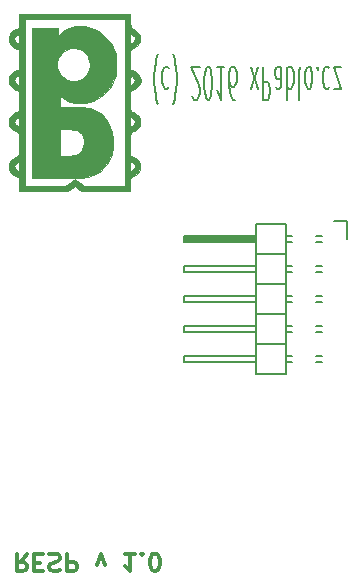
<source format=gbr>
G04 #@! TF.FileFunction,Legend,Bot*
%FSLAX46Y46*%
G04 Gerber Fmt 4.6, Leading zero omitted, Abs format (unit mm)*
G04 Created by KiCad (PCBNEW 4.0.2-stable) date 20.4.2016 10:49:15*
%MOMM*%
G01*
G04 APERTURE LIST*
%ADD10C,0.050000*%
%ADD11C,0.300000*%
%ADD12C,0.200000*%
%ADD13C,0.150000*%
%ADD14C,0.010000*%
%ADD15R,1.827200X1.827200*%
%ADD16O,1.827200X1.827200*%
%ADD17C,1.100000*%
G04 APERTURE END LIST*
D10*
D11*
X61625600Y-174583589D02*
X61125600Y-175297874D01*
X60768457Y-174583589D02*
X60768457Y-176083589D01*
X61339885Y-176083589D01*
X61482743Y-176012160D01*
X61554171Y-175940731D01*
X61625600Y-175797874D01*
X61625600Y-175583589D01*
X61554171Y-175440731D01*
X61482743Y-175369303D01*
X61339885Y-175297874D01*
X60768457Y-175297874D01*
X62268457Y-175369303D02*
X62768457Y-175369303D01*
X62982743Y-174583589D02*
X62268457Y-174583589D01*
X62268457Y-176083589D01*
X62982743Y-176083589D01*
X63554171Y-174655017D02*
X63768457Y-174583589D01*
X64125600Y-174583589D01*
X64268457Y-174655017D01*
X64339886Y-174726446D01*
X64411314Y-174869303D01*
X64411314Y-175012160D01*
X64339886Y-175155017D01*
X64268457Y-175226446D01*
X64125600Y-175297874D01*
X63839886Y-175369303D01*
X63697028Y-175440731D01*
X63625600Y-175512160D01*
X63554171Y-175655017D01*
X63554171Y-175797874D01*
X63625600Y-175940731D01*
X63697028Y-176012160D01*
X63839886Y-176083589D01*
X64197028Y-176083589D01*
X64411314Y-176012160D01*
X65054171Y-174583589D02*
X65054171Y-176083589D01*
X65625599Y-176083589D01*
X65768457Y-176012160D01*
X65839885Y-175940731D01*
X65911314Y-175797874D01*
X65911314Y-175583589D01*
X65839885Y-175440731D01*
X65768457Y-175369303D01*
X65625599Y-175297874D01*
X65054171Y-175297874D01*
X67554171Y-175583589D02*
X67911314Y-174583589D01*
X68268456Y-175583589D01*
X70768456Y-174583589D02*
X69911313Y-174583589D01*
X70339885Y-174583589D02*
X70339885Y-176083589D01*
X70197028Y-175869303D01*
X70054170Y-175726446D01*
X69911313Y-175655017D01*
X71411313Y-174726446D02*
X71482741Y-174655017D01*
X71411313Y-174583589D01*
X71339884Y-174655017D01*
X71411313Y-174726446D01*
X71411313Y-174583589D01*
X72411313Y-176083589D02*
X72554170Y-176083589D01*
X72697027Y-176012160D01*
X72768456Y-175940731D01*
X72839885Y-175797874D01*
X72911313Y-175512160D01*
X72911313Y-175155017D01*
X72839885Y-174869303D01*
X72768456Y-174726446D01*
X72697027Y-174655017D01*
X72554170Y-174583589D01*
X72411313Y-174583589D01*
X72268456Y-174655017D01*
X72197027Y-174726446D01*
X72125599Y-174869303D01*
X72054170Y-175155017D01*
X72054170Y-175512160D01*
X72125599Y-175797874D01*
X72197027Y-175940731D01*
X72268456Y-176012160D01*
X72411313Y-176083589D01*
D12*
X72749504Y-132288827D02*
X72697124Y-132422160D01*
X72592362Y-132822160D01*
X72539981Y-133088827D01*
X72487600Y-133488827D01*
X72435219Y-134155493D01*
X72435219Y-134688827D01*
X72487600Y-135355493D01*
X72539981Y-135755493D01*
X72592362Y-136022160D01*
X72697124Y-136422160D01*
X72749504Y-136555493D01*
X73639980Y-133488827D02*
X73535218Y-133355493D01*
X73325695Y-133355493D01*
X73220933Y-133488827D01*
X73168552Y-133622160D01*
X73116171Y-133888827D01*
X73116171Y-134688827D01*
X73168552Y-134955493D01*
X73220933Y-135088827D01*
X73325695Y-135222160D01*
X73535218Y-135222160D01*
X73639980Y-135088827D01*
X74006647Y-132288827D02*
X74059028Y-132422160D01*
X74163790Y-132822160D01*
X74216171Y-133088827D01*
X74268552Y-133488827D01*
X74320933Y-134155493D01*
X74320933Y-134688827D01*
X74268552Y-135355493D01*
X74216171Y-135755493D01*
X74163790Y-136022160D01*
X74059028Y-136422160D01*
X74006647Y-136555493D01*
X75630456Y-135888827D02*
X75682837Y-136022160D01*
X75787599Y-136155493D01*
X76049503Y-136155493D01*
X76154265Y-136022160D01*
X76206646Y-135888827D01*
X76259027Y-135622160D01*
X76259027Y-135355493D01*
X76206646Y-134955493D01*
X75578075Y-133355493D01*
X76259027Y-133355493D01*
X76939980Y-136155493D02*
X77044741Y-136155493D01*
X77149503Y-136022160D01*
X77201884Y-135888827D01*
X77254265Y-135622160D01*
X77306646Y-135088827D01*
X77306646Y-134422160D01*
X77254265Y-133888827D01*
X77201884Y-133622160D01*
X77149503Y-133488827D01*
X77044741Y-133355493D01*
X76939980Y-133355493D01*
X76835218Y-133488827D01*
X76782837Y-133622160D01*
X76730456Y-133888827D01*
X76678075Y-134422160D01*
X76678075Y-135088827D01*
X76730456Y-135622160D01*
X76782837Y-135888827D01*
X76835218Y-136022160D01*
X76939980Y-136155493D01*
X78354265Y-133355493D02*
X77725694Y-133355493D01*
X78039980Y-133355493D02*
X78039980Y-136155493D01*
X77935218Y-135755493D01*
X77830456Y-135488827D01*
X77725694Y-135355493D01*
X79297122Y-136155493D02*
X79087599Y-136155493D01*
X78982837Y-136022160D01*
X78930456Y-135888827D01*
X78825694Y-135488827D01*
X78773313Y-134955493D01*
X78773313Y-133888827D01*
X78825694Y-133622160D01*
X78878075Y-133488827D01*
X78982837Y-133355493D01*
X79192360Y-133355493D01*
X79297122Y-133488827D01*
X79349503Y-133622160D01*
X79401884Y-133888827D01*
X79401884Y-134555493D01*
X79349503Y-134822160D01*
X79297122Y-134955493D01*
X79192360Y-135088827D01*
X78982837Y-135088827D01*
X78878075Y-134955493D01*
X78825694Y-134822160D01*
X78773313Y-134555493D01*
X80606646Y-133355493D02*
X81182836Y-135222160D01*
X80606646Y-135222160D02*
X81182836Y-133355493D01*
X81601884Y-133355493D02*
X81601884Y-136155493D01*
X82020931Y-136155493D01*
X82125693Y-136022160D01*
X82178074Y-135888827D01*
X82230455Y-135622160D01*
X82230455Y-135222160D01*
X82178074Y-134955493D01*
X82125693Y-134822160D01*
X82020931Y-134688827D01*
X81601884Y-134688827D01*
X83173312Y-133355493D02*
X83173312Y-134822160D01*
X83120931Y-135088827D01*
X83016169Y-135222160D01*
X82806646Y-135222160D01*
X82701884Y-135088827D01*
X83173312Y-133488827D02*
X83068550Y-133355493D01*
X82806646Y-133355493D01*
X82701884Y-133488827D01*
X82649503Y-133755493D01*
X82649503Y-134022160D01*
X82701884Y-134288827D01*
X82806646Y-134422160D01*
X83068550Y-134422160D01*
X83173312Y-134555493D01*
X83697122Y-133355493D02*
X83697122Y-136155493D01*
X83697122Y-135088827D02*
X83801884Y-135222160D01*
X84011407Y-135222160D01*
X84116169Y-135088827D01*
X84168550Y-134955493D01*
X84220931Y-134688827D01*
X84220931Y-133888827D01*
X84168550Y-133622160D01*
X84116169Y-133488827D01*
X84011407Y-133355493D01*
X83801884Y-133355493D01*
X83697122Y-133488827D01*
X84849503Y-133355493D02*
X84744741Y-133488827D01*
X84692360Y-133755493D01*
X84692360Y-136155493D01*
X85425693Y-133355493D02*
X85320931Y-133488827D01*
X85268550Y-133622160D01*
X85216169Y-133888827D01*
X85216169Y-134688827D01*
X85268550Y-134955493D01*
X85320931Y-135088827D01*
X85425693Y-135222160D01*
X85582835Y-135222160D01*
X85687597Y-135088827D01*
X85739978Y-134955493D01*
X85792359Y-134688827D01*
X85792359Y-133888827D01*
X85739978Y-133622160D01*
X85687597Y-133488827D01*
X85582835Y-133355493D01*
X85425693Y-133355493D01*
X86263788Y-133622160D02*
X86316169Y-133488827D01*
X86263788Y-133355493D01*
X86211407Y-133488827D01*
X86263788Y-133622160D01*
X86263788Y-133355493D01*
X87259026Y-133488827D02*
X87154264Y-133355493D01*
X86944741Y-133355493D01*
X86839979Y-133488827D01*
X86787598Y-133622160D01*
X86735217Y-133888827D01*
X86735217Y-134688827D01*
X86787598Y-134955493D01*
X86839979Y-135088827D01*
X86944741Y-135222160D01*
X87154264Y-135222160D01*
X87259026Y-135088827D01*
X87625693Y-135222160D02*
X88201883Y-135222160D01*
X87625693Y-133355493D01*
X88201883Y-133355493D01*
D13*
X86108170Y-158371160D02*
X86616170Y-158371160D01*
X86108170Y-157863160D02*
X86616170Y-157863160D01*
X86108170Y-155831160D02*
X86616170Y-155831160D01*
X86108170Y-155323160D02*
X86616170Y-155323160D01*
X86108170Y-147703160D02*
X86616170Y-147703160D01*
X86108170Y-148211160D02*
X86616170Y-148211160D01*
X86108170Y-153291160D02*
X86616170Y-153291160D01*
X86108170Y-152783160D02*
X86616170Y-152783160D01*
X86108170Y-150751160D02*
X86616170Y-150751160D01*
X86108170Y-150243160D02*
X86616170Y-150243160D01*
X83568170Y-158371160D02*
X84076170Y-158371160D01*
X83568170Y-157863160D02*
X84076170Y-157863160D01*
X83568170Y-147703160D02*
X84076170Y-147703160D01*
X83568170Y-148211160D02*
X84076170Y-148211160D01*
X83568170Y-150243160D02*
X84076170Y-150243160D01*
X83568170Y-150751160D02*
X84076170Y-150751160D01*
X83568170Y-155831160D02*
X84076170Y-155831160D01*
X83568170Y-155323160D02*
X84076170Y-155323160D01*
X83568170Y-153291160D02*
X84076170Y-153291160D01*
X83568170Y-152783160D02*
X84076170Y-152783160D01*
X87632170Y-146407160D02*
X88782170Y-146407160D01*
X88782170Y-146407160D02*
X88782170Y-147957160D01*
X81028170Y-147830160D02*
X75059170Y-147830160D01*
X75059170Y-147830160D02*
X75059170Y-148084160D01*
X75059170Y-148084160D02*
X80901170Y-148084160D01*
X80901170Y-148084160D02*
X80901170Y-147957160D01*
X80901170Y-147957160D02*
X75059170Y-147957160D01*
X83568170Y-156847160D02*
X81028170Y-156847160D01*
X83568170Y-156847160D02*
X83568170Y-159387160D01*
X81028170Y-157863160D02*
X74932170Y-157863160D01*
X74932170Y-157863160D02*
X74932170Y-158371160D01*
X74932170Y-158371160D02*
X81028170Y-158371160D01*
X81028170Y-159387160D02*
X81028170Y-156847160D01*
X83568170Y-159387160D02*
X81028170Y-159387160D01*
X83568170Y-151767160D02*
X81028170Y-151767160D01*
X83568170Y-151767160D02*
X83568170Y-154307160D01*
X83568170Y-154307160D02*
X81028170Y-154307160D01*
X81028170Y-152783160D02*
X74932170Y-152783160D01*
X74932170Y-152783160D02*
X74932170Y-153291160D01*
X74932170Y-153291160D02*
X81028170Y-153291160D01*
X81028170Y-154307160D02*
X81028170Y-151767160D01*
X81028170Y-156847160D02*
X81028170Y-154307160D01*
X74932170Y-155831160D02*
X81028170Y-155831160D01*
X74932170Y-155323160D02*
X74932170Y-155831160D01*
X81028170Y-155323160D02*
X74932170Y-155323160D01*
X83568170Y-156847160D02*
X81028170Y-156847160D01*
X83568170Y-154307160D02*
X83568170Y-156847160D01*
X83568170Y-154307160D02*
X81028170Y-154307160D01*
X83568170Y-149227160D02*
X81028170Y-149227160D01*
X83568170Y-149227160D02*
X83568170Y-151767160D01*
X83568170Y-151767160D02*
X81028170Y-151767160D01*
X81028170Y-150243160D02*
X74932170Y-150243160D01*
X74932170Y-150243160D02*
X74932170Y-150751160D01*
X74932170Y-150751160D02*
X81028170Y-150751160D01*
X81028170Y-151767160D02*
X81028170Y-149227160D01*
X81028170Y-149227160D02*
X81028170Y-146687160D01*
X74932170Y-148211160D02*
X81028170Y-148211160D01*
X74932170Y-147703160D02*
X74932170Y-148211160D01*
X81028170Y-147703160D02*
X74932170Y-147703160D01*
X83568170Y-149227160D02*
X81028170Y-149227160D01*
X83568170Y-146687160D02*
X83568170Y-149227160D01*
X83568170Y-146687160D02*
X81028170Y-146687160D01*
D14*
G36*
X65364283Y-143701544D02*
X65688844Y-143477002D01*
X65995386Y-143701544D01*
X66301927Y-143926085D01*
X70402503Y-143926085D01*
X70402503Y-143322830D01*
X70403227Y-143095384D01*
X70406176Y-142932152D01*
X70412515Y-142822100D01*
X70423409Y-142754190D01*
X70440022Y-142717387D01*
X70463521Y-142700654D01*
X70468355Y-142698989D01*
X70740131Y-142584916D01*
X70960434Y-142432073D01*
X71124079Y-142247130D01*
X71225878Y-142036755D01*
X71260648Y-141807618D01*
X71251783Y-141691430D01*
X71184863Y-141482865D01*
X71056174Y-141287318D01*
X70879193Y-141119022D01*
X70667400Y-140992212D01*
X70546859Y-140947053D01*
X70402503Y-140903803D01*
X70402503Y-139930207D01*
X70402846Y-139633224D01*
X70404258Y-139402865D01*
X70407309Y-139230498D01*
X70412572Y-139107491D01*
X70420619Y-139025211D01*
X70432020Y-138975025D01*
X70447349Y-138948301D01*
X70467177Y-138936405D01*
X70468355Y-138936026D01*
X70705443Y-138839464D01*
X70911228Y-138712347D01*
X71039776Y-138595324D01*
X71183323Y-138382244D01*
X71254882Y-138157080D01*
X71254750Y-137928694D01*
X71183222Y-137705946D01*
X71040596Y-137497700D01*
X71001636Y-137456637D01*
X70903455Y-137375835D01*
X70774784Y-137292277D01*
X70639024Y-137218827D01*
X70519576Y-137168351D01*
X70449540Y-137153120D01*
X70433820Y-137135942D01*
X70421759Y-137079971D01*
X70412978Y-136978138D01*
X70407098Y-136823376D01*
X70403740Y-136608615D01*
X70402524Y-136326787D01*
X70402503Y-136276260D01*
X70402503Y-135399769D01*
X70567040Y-135355762D01*
X70774435Y-135266932D01*
X70960868Y-135125090D01*
X71113580Y-134945806D01*
X71219811Y-134744648D01*
X71266802Y-134537183D01*
X71267985Y-134500504D01*
X71232618Y-134291163D01*
X71134561Y-134087636D01*
X70985873Y-133904453D01*
X70798618Y-133756143D01*
X70584856Y-133657235D01*
X70562429Y-133650604D01*
X70402503Y-133605786D01*
X70402503Y-132745195D01*
X70403439Y-132455153D01*
X70406508Y-132233232D01*
X70412097Y-132072314D01*
X70420596Y-131965280D01*
X70432394Y-131905012D01*
X70447879Y-131884392D01*
X70449540Y-131884236D01*
X70537640Y-131862630D01*
X70661493Y-131807361D01*
X70797699Y-131731297D01*
X70922855Y-131647300D01*
X71001636Y-131580719D01*
X71160013Y-131376310D01*
X71246897Y-131157077D01*
X71262275Y-130931655D01*
X71206136Y-130708676D01*
X71078466Y-130496772D01*
X71003264Y-130412902D01*
X70814209Y-130259931D01*
X70625926Y-130163137D01*
X70421318Y-130086851D01*
X70410978Y-129480543D01*
X70400639Y-128874234D01*
X60959330Y-128874234D01*
X60948991Y-129480543D01*
X60938651Y-130086851D01*
X60734043Y-130163137D01*
X60504487Y-130283694D01*
X60316899Y-130452560D01*
X60180534Y-130657305D01*
X60104645Y-130885499D01*
X60091985Y-131025507D01*
X60098262Y-131060525D01*
X60584361Y-131060525D01*
X60590604Y-130911801D01*
X60655982Y-130779550D01*
X60684651Y-130748977D01*
X60790071Y-130654335D01*
X60861575Y-130605978D01*
X60906241Y-130609824D01*
X60931150Y-130671786D01*
X60943380Y-130797780D01*
X60949382Y-130970184D01*
X60952313Y-131135047D01*
X60951844Y-131269857D01*
X60948208Y-131358254D01*
X60943471Y-131384327D01*
X60898469Y-131382567D01*
X60820496Y-131345606D01*
X60733174Y-131287859D01*
X60660123Y-131223735D01*
X60639898Y-131199113D01*
X60584361Y-131060525D01*
X60098262Y-131060525D01*
X60127593Y-131224128D01*
X60227248Y-131418315D01*
X60380199Y-131595337D01*
X60575692Y-131742462D01*
X60778725Y-131838648D01*
X60957466Y-131902269D01*
X60957466Y-133605786D01*
X60797540Y-133650604D01*
X60581786Y-133743758D01*
X60391329Y-133887771D01*
X60238231Y-134068113D01*
X60134554Y-134270256D01*
X60092358Y-134479669D01*
X60092271Y-134484574D01*
X60575240Y-134484574D01*
X60621172Y-134345175D01*
X60715553Y-134231492D01*
X60812048Y-134146186D01*
X60878978Y-134107442D01*
X60921662Y-134121160D01*
X60945419Y-134193241D01*
X60955567Y-134329584D01*
X60957466Y-134499863D01*
X60954038Y-134697742D01*
X60940493Y-134825803D01*
X60911942Y-134889308D01*
X60863494Y-134893518D01*
X60790259Y-134843692D01*
X60709110Y-134767034D01*
X60604552Y-134625283D01*
X60575240Y-134484574D01*
X60092271Y-134484574D01*
X60091985Y-134500504D01*
X60127002Y-134707453D01*
X60223547Y-134910888D01*
X60368862Y-135095241D01*
X60550186Y-135244943D01*
X60754761Y-135344427D01*
X60792929Y-135355762D01*
X60957466Y-135399769D01*
X60957466Y-136276260D01*
X60956551Y-136569201D01*
X60953552Y-136793970D01*
X60948091Y-136957636D01*
X60939788Y-137067269D01*
X60928264Y-137129936D01*
X60913140Y-137152707D01*
X60910429Y-137153120D01*
X60822329Y-137174727D01*
X60698476Y-137229995D01*
X60562270Y-137306060D01*
X60437114Y-137390056D01*
X60358333Y-137456637D01*
X60202116Y-137657256D01*
X60115553Y-137869662D01*
X60099844Y-138040778D01*
X60576876Y-138040778D01*
X60606144Y-137900591D01*
X60701792Y-137773887D01*
X60781127Y-137715324D01*
X60866568Y-137667421D01*
X60923736Y-137642906D01*
X60929244Y-137642078D01*
X60940567Y-137677117D01*
X60949724Y-137772251D01*
X60955684Y-137912323D01*
X60957466Y-138057187D01*
X60957466Y-138472437D01*
X60872799Y-138428886D01*
X60711660Y-138316260D01*
X60612534Y-138183112D01*
X60576876Y-138040778D01*
X60099844Y-138040778D01*
X60095716Y-138085739D01*
X60139682Y-138297370D01*
X60244522Y-138496438D01*
X60407313Y-138674825D01*
X60625127Y-138824416D01*
X60891614Y-138936026D01*
X60911640Y-138947349D01*
X60927162Y-138973006D01*
X60938748Y-139021605D01*
X60946964Y-139101750D01*
X60952378Y-139222048D01*
X60955554Y-139391105D01*
X60957061Y-139617526D01*
X60957464Y-139909916D01*
X60957466Y-139936164D01*
X60956668Y-140247315D01*
X60954057Y-140489989D01*
X60949308Y-140670952D01*
X60942097Y-140796971D01*
X60932098Y-140874813D01*
X60918988Y-140911245D01*
X60910429Y-140916083D01*
X60822329Y-140937690D01*
X60698476Y-140992958D01*
X60562270Y-141069022D01*
X60437114Y-141153019D01*
X60358333Y-141219600D01*
X60201561Y-141420665D01*
X60114563Y-141633245D01*
X60098684Y-141803741D01*
X60576876Y-141803741D01*
X60606144Y-141663554D01*
X60701792Y-141536850D01*
X60781127Y-141478287D01*
X60866568Y-141430384D01*
X60923736Y-141405869D01*
X60929244Y-141405041D01*
X60940567Y-141440080D01*
X60949724Y-141535214D01*
X60955684Y-141675286D01*
X60957466Y-141820150D01*
X60957466Y-142235400D01*
X60872799Y-142191849D01*
X60711660Y-142079223D01*
X60612534Y-141946075D01*
X60576876Y-141803741D01*
X60098684Y-141803741D01*
X60094440Y-141849299D01*
X60138295Y-142060785D01*
X60243226Y-142259660D01*
X60406337Y-142437882D01*
X60624726Y-142587408D01*
X60891614Y-142698989D01*
X60916418Y-142713377D01*
X60934136Y-142745931D01*
X60945933Y-142807688D01*
X60952974Y-142909684D01*
X60956425Y-143062957D01*
X60957449Y-143278541D01*
X60957466Y-143322830D01*
X60957466Y-143474530D01*
X61446651Y-143474530D01*
X61446651Y-129363419D01*
X69913318Y-129363419D01*
X69913318Y-130980169D01*
X70402503Y-130980169D01*
X70402503Y-130564919D01*
X70487170Y-130608470D01*
X70573156Y-130664462D01*
X70668147Y-130741931D01*
X70675318Y-130748538D01*
X70760411Y-130872670D01*
X70781542Y-131013211D01*
X70742228Y-131153243D01*
X70645983Y-131275844D01*
X70552606Y-131339189D01*
X70471819Y-131377993D01*
X70424310Y-131395354D01*
X70423187Y-131395419D01*
X70414887Y-131360319D01*
X70408176Y-131265128D01*
X70403809Y-131125012D01*
X70402503Y-130980169D01*
X69913318Y-130980169D01*
X69913318Y-134499863D01*
X70402503Y-134499863D01*
X70405280Y-134304428D01*
X70417159Y-134178256D01*
X70443456Y-134115448D01*
X70489491Y-134110104D01*
X70560582Y-134156322D01*
X70644416Y-134231492D01*
X70752342Y-134369612D01*
X70785026Y-134509261D01*
X70742466Y-134650173D01*
X70650859Y-134767034D01*
X70553879Y-134856897D01*
X70485660Y-134897001D01*
X70441311Y-134882084D01*
X70415943Y-134806885D01*
X70404666Y-134666144D01*
X70402503Y-134499863D01*
X69913318Y-134499863D01*
X69913318Y-138057187D01*
X70402503Y-138057187D01*
X70404251Y-137890566D01*
X70408993Y-137755832D01*
X70415972Y-137668150D01*
X70423187Y-137641937D01*
X70467683Y-137657566D01*
X70547338Y-137695455D01*
X70552606Y-137698167D01*
X70684625Y-137799907D01*
X70762042Y-137930286D01*
X70781342Y-138072381D01*
X70739009Y-138209274D01*
X70675318Y-138288818D01*
X70581584Y-138366620D01*
X70493114Y-138425730D01*
X70487170Y-138428886D01*
X70402503Y-138472437D01*
X70402503Y-138057187D01*
X69913318Y-138057187D01*
X69913318Y-141820150D01*
X70402503Y-141820150D01*
X70404251Y-141653529D01*
X70408993Y-141518795D01*
X70415972Y-141431113D01*
X70423187Y-141404900D01*
X70467683Y-141420529D01*
X70547338Y-141458418D01*
X70552606Y-141461130D01*
X70684625Y-141562870D01*
X70762042Y-141693248D01*
X70781342Y-141835344D01*
X70739009Y-141972237D01*
X70675318Y-142051781D01*
X70581584Y-142129583D01*
X70493114Y-142188693D01*
X70487170Y-142191849D01*
X70402503Y-142235400D01*
X70402503Y-141820150D01*
X69913318Y-141820150D01*
X69913318Y-143474530D01*
X68217511Y-143474530D01*
X67771110Y-143473865D01*
X67396152Y-143471809D01*
X67088833Y-143468267D01*
X66845347Y-143463146D01*
X66661889Y-143456352D01*
X66534655Y-143447791D01*
X66459839Y-143437370D01*
X66439511Y-143430735D01*
X66375541Y-143390691D01*
X66268037Y-143317325D01*
X66133813Y-143222285D01*
X66032160Y-143148513D01*
X65897297Y-143051086D01*
X65785253Y-142972890D01*
X65709512Y-142923164D01*
X65684266Y-142910086D01*
X65646855Y-142930879D01*
X65560877Y-142987708D01*
X65438562Y-143072248D01*
X65292137Y-143176175D01*
X65269702Y-143192308D01*
X64877875Y-143474530D01*
X61446651Y-143474530D01*
X60957466Y-143474530D01*
X60957466Y-143926085D01*
X65039722Y-143926085D01*
X65364283Y-143701544D01*
X65364283Y-143701544D01*
G37*
X65364283Y-143701544D02*
X65688844Y-143477002D01*
X65995386Y-143701544D01*
X66301927Y-143926085D01*
X70402503Y-143926085D01*
X70402503Y-143322830D01*
X70403227Y-143095384D01*
X70406176Y-142932152D01*
X70412515Y-142822100D01*
X70423409Y-142754190D01*
X70440022Y-142717387D01*
X70463521Y-142700654D01*
X70468355Y-142698989D01*
X70740131Y-142584916D01*
X70960434Y-142432073D01*
X71124079Y-142247130D01*
X71225878Y-142036755D01*
X71260648Y-141807618D01*
X71251783Y-141691430D01*
X71184863Y-141482865D01*
X71056174Y-141287318D01*
X70879193Y-141119022D01*
X70667400Y-140992212D01*
X70546859Y-140947053D01*
X70402503Y-140903803D01*
X70402503Y-139930207D01*
X70402846Y-139633224D01*
X70404258Y-139402865D01*
X70407309Y-139230498D01*
X70412572Y-139107491D01*
X70420619Y-139025211D01*
X70432020Y-138975025D01*
X70447349Y-138948301D01*
X70467177Y-138936405D01*
X70468355Y-138936026D01*
X70705443Y-138839464D01*
X70911228Y-138712347D01*
X71039776Y-138595324D01*
X71183323Y-138382244D01*
X71254882Y-138157080D01*
X71254750Y-137928694D01*
X71183222Y-137705946D01*
X71040596Y-137497700D01*
X71001636Y-137456637D01*
X70903455Y-137375835D01*
X70774784Y-137292277D01*
X70639024Y-137218827D01*
X70519576Y-137168351D01*
X70449540Y-137153120D01*
X70433820Y-137135942D01*
X70421759Y-137079971D01*
X70412978Y-136978138D01*
X70407098Y-136823376D01*
X70403740Y-136608615D01*
X70402524Y-136326787D01*
X70402503Y-136276260D01*
X70402503Y-135399769D01*
X70567040Y-135355762D01*
X70774435Y-135266932D01*
X70960868Y-135125090D01*
X71113580Y-134945806D01*
X71219811Y-134744648D01*
X71266802Y-134537183D01*
X71267985Y-134500504D01*
X71232618Y-134291163D01*
X71134561Y-134087636D01*
X70985873Y-133904453D01*
X70798618Y-133756143D01*
X70584856Y-133657235D01*
X70562429Y-133650604D01*
X70402503Y-133605786D01*
X70402503Y-132745195D01*
X70403439Y-132455153D01*
X70406508Y-132233232D01*
X70412097Y-132072314D01*
X70420596Y-131965280D01*
X70432394Y-131905012D01*
X70447879Y-131884392D01*
X70449540Y-131884236D01*
X70537640Y-131862630D01*
X70661493Y-131807361D01*
X70797699Y-131731297D01*
X70922855Y-131647300D01*
X71001636Y-131580719D01*
X71160013Y-131376310D01*
X71246897Y-131157077D01*
X71262275Y-130931655D01*
X71206136Y-130708676D01*
X71078466Y-130496772D01*
X71003264Y-130412902D01*
X70814209Y-130259931D01*
X70625926Y-130163137D01*
X70421318Y-130086851D01*
X70410978Y-129480543D01*
X70400639Y-128874234D01*
X60959330Y-128874234D01*
X60948991Y-129480543D01*
X60938651Y-130086851D01*
X60734043Y-130163137D01*
X60504487Y-130283694D01*
X60316899Y-130452560D01*
X60180534Y-130657305D01*
X60104645Y-130885499D01*
X60091985Y-131025507D01*
X60098262Y-131060525D01*
X60584361Y-131060525D01*
X60590604Y-130911801D01*
X60655982Y-130779550D01*
X60684651Y-130748977D01*
X60790071Y-130654335D01*
X60861575Y-130605978D01*
X60906241Y-130609824D01*
X60931150Y-130671786D01*
X60943380Y-130797780D01*
X60949382Y-130970184D01*
X60952313Y-131135047D01*
X60951844Y-131269857D01*
X60948208Y-131358254D01*
X60943471Y-131384327D01*
X60898469Y-131382567D01*
X60820496Y-131345606D01*
X60733174Y-131287859D01*
X60660123Y-131223735D01*
X60639898Y-131199113D01*
X60584361Y-131060525D01*
X60098262Y-131060525D01*
X60127593Y-131224128D01*
X60227248Y-131418315D01*
X60380199Y-131595337D01*
X60575692Y-131742462D01*
X60778725Y-131838648D01*
X60957466Y-131902269D01*
X60957466Y-133605786D01*
X60797540Y-133650604D01*
X60581786Y-133743758D01*
X60391329Y-133887771D01*
X60238231Y-134068113D01*
X60134554Y-134270256D01*
X60092358Y-134479669D01*
X60092271Y-134484574D01*
X60575240Y-134484574D01*
X60621172Y-134345175D01*
X60715553Y-134231492D01*
X60812048Y-134146186D01*
X60878978Y-134107442D01*
X60921662Y-134121160D01*
X60945419Y-134193241D01*
X60955567Y-134329584D01*
X60957466Y-134499863D01*
X60954038Y-134697742D01*
X60940493Y-134825803D01*
X60911942Y-134889308D01*
X60863494Y-134893518D01*
X60790259Y-134843692D01*
X60709110Y-134767034D01*
X60604552Y-134625283D01*
X60575240Y-134484574D01*
X60092271Y-134484574D01*
X60091985Y-134500504D01*
X60127002Y-134707453D01*
X60223547Y-134910888D01*
X60368862Y-135095241D01*
X60550186Y-135244943D01*
X60754761Y-135344427D01*
X60792929Y-135355762D01*
X60957466Y-135399769D01*
X60957466Y-136276260D01*
X60956551Y-136569201D01*
X60953552Y-136793970D01*
X60948091Y-136957636D01*
X60939788Y-137067269D01*
X60928264Y-137129936D01*
X60913140Y-137152707D01*
X60910429Y-137153120D01*
X60822329Y-137174727D01*
X60698476Y-137229995D01*
X60562270Y-137306060D01*
X60437114Y-137390056D01*
X60358333Y-137456637D01*
X60202116Y-137657256D01*
X60115553Y-137869662D01*
X60099844Y-138040778D01*
X60576876Y-138040778D01*
X60606144Y-137900591D01*
X60701792Y-137773887D01*
X60781127Y-137715324D01*
X60866568Y-137667421D01*
X60923736Y-137642906D01*
X60929244Y-137642078D01*
X60940567Y-137677117D01*
X60949724Y-137772251D01*
X60955684Y-137912323D01*
X60957466Y-138057187D01*
X60957466Y-138472437D01*
X60872799Y-138428886D01*
X60711660Y-138316260D01*
X60612534Y-138183112D01*
X60576876Y-138040778D01*
X60099844Y-138040778D01*
X60095716Y-138085739D01*
X60139682Y-138297370D01*
X60244522Y-138496438D01*
X60407313Y-138674825D01*
X60625127Y-138824416D01*
X60891614Y-138936026D01*
X60911640Y-138947349D01*
X60927162Y-138973006D01*
X60938748Y-139021605D01*
X60946964Y-139101750D01*
X60952378Y-139222048D01*
X60955554Y-139391105D01*
X60957061Y-139617526D01*
X60957464Y-139909916D01*
X60957466Y-139936164D01*
X60956668Y-140247315D01*
X60954057Y-140489989D01*
X60949308Y-140670952D01*
X60942097Y-140796971D01*
X60932098Y-140874813D01*
X60918988Y-140911245D01*
X60910429Y-140916083D01*
X60822329Y-140937690D01*
X60698476Y-140992958D01*
X60562270Y-141069022D01*
X60437114Y-141153019D01*
X60358333Y-141219600D01*
X60201561Y-141420665D01*
X60114563Y-141633245D01*
X60098684Y-141803741D01*
X60576876Y-141803741D01*
X60606144Y-141663554D01*
X60701792Y-141536850D01*
X60781127Y-141478287D01*
X60866568Y-141430384D01*
X60923736Y-141405869D01*
X60929244Y-141405041D01*
X60940567Y-141440080D01*
X60949724Y-141535214D01*
X60955684Y-141675286D01*
X60957466Y-141820150D01*
X60957466Y-142235400D01*
X60872799Y-142191849D01*
X60711660Y-142079223D01*
X60612534Y-141946075D01*
X60576876Y-141803741D01*
X60098684Y-141803741D01*
X60094440Y-141849299D01*
X60138295Y-142060785D01*
X60243226Y-142259660D01*
X60406337Y-142437882D01*
X60624726Y-142587408D01*
X60891614Y-142698989D01*
X60916418Y-142713377D01*
X60934136Y-142745931D01*
X60945933Y-142807688D01*
X60952974Y-142909684D01*
X60956425Y-143062957D01*
X60957449Y-143278541D01*
X60957466Y-143322830D01*
X60957466Y-143474530D01*
X61446651Y-143474530D01*
X61446651Y-129363419D01*
X69913318Y-129363419D01*
X69913318Y-130980169D01*
X70402503Y-130980169D01*
X70402503Y-130564919D01*
X70487170Y-130608470D01*
X70573156Y-130664462D01*
X70668147Y-130741931D01*
X70675318Y-130748538D01*
X70760411Y-130872670D01*
X70781542Y-131013211D01*
X70742228Y-131153243D01*
X70645983Y-131275844D01*
X70552606Y-131339189D01*
X70471819Y-131377993D01*
X70424310Y-131395354D01*
X70423187Y-131395419D01*
X70414887Y-131360319D01*
X70408176Y-131265128D01*
X70403809Y-131125012D01*
X70402503Y-130980169D01*
X69913318Y-130980169D01*
X69913318Y-134499863D01*
X70402503Y-134499863D01*
X70405280Y-134304428D01*
X70417159Y-134178256D01*
X70443456Y-134115448D01*
X70489491Y-134110104D01*
X70560582Y-134156322D01*
X70644416Y-134231492D01*
X70752342Y-134369612D01*
X70785026Y-134509261D01*
X70742466Y-134650173D01*
X70650859Y-134767034D01*
X70553879Y-134856897D01*
X70485660Y-134897001D01*
X70441311Y-134882084D01*
X70415943Y-134806885D01*
X70404666Y-134666144D01*
X70402503Y-134499863D01*
X69913318Y-134499863D01*
X69913318Y-138057187D01*
X70402503Y-138057187D01*
X70404251Y-137890566D01*
X70408993Y-137755832D01*
X70415972Y-137668150D01*
X70423187Y-137641937D01*
X70467683Y-137657566D01*
X70547338Y-137695455D01*
X70552606Y-137698167D01*
X70684625Y-137799907D01*
X70762042Y-137930286D01*
X70781342Y-138072381D01*
X70739009Y-138209274D01*
X70675318Y-138288818D01*
X70581584Y-138366620D01*
X70493114Y-138425730D01*
X70487170Y-138428886D01*
X70402503Y-138472437D01*
X70402503Y-138057187D01*
X69913318Y-138057187D01*
X69913318Y-141820150D01*
X70402503Y-141820150D01*
X70404251Y-141653529D01*
X70408993Y-141518795D01*
X70415972Y-141431113D01*
X70423187Y-141404900D01*
X70467683Y-141420529D01*
X70547338Y-141458418D01*
X70552606Y-141461130D01*
X70684625Y-141562870D01*
X70762042Y-141693248D01*
X70781342Y-141835344D01*
X70739009Y-141972237D01*
X70675318Y-142051781D01*
X70581584Y-142129583D01*
X70493114Y-142188693D01*
X70487170Y-142191849D01*
X70402503Y-142235400D01*
X70402503Y-141820150D01*
X69913318Y-141820150D01*
X69913318Y-143474530D01*
X68217511Y-143474530D01*
X67771110Y-143473865D01*
X67396152Y-143471809D01*
X67088833Y-143468267D01*
X66845347Y-143463146D01*
X66661889Y-143456352D01*
X66534655Y-143447791D01*
X66459839Y-143437370D01*
X66439511Y-143430735D01*
X66375541Y-143390691D01*
X66268037Y-143317325D01*
X66133813Y-143222285D01*
X66032160Y-143148513D01*
X65897297Y-143051086D01*
X65785253Y-142972890D01*
X65709512Y-142923164D01*
X65684266Y-142910086D01*
X65646855Y-142930879D01*
X65560877Y-142987708D01*
X65438562Y-143072248D01*
X65292137Y-143176175D01*
X65269702Y-143192308D01*
X64877875Y-143474530D01*
X61446651Y-143474530D01*
X60957466Y-143474530D01*
X60957466Y-143926085D01*
X65039722Y-143926085D01*
X65364283Y-143701544D01*
G36*
X64297096Y-142788318D02*
X64765466Y-142785497D01*
X65164980Y-142782796D01*
X65502040Y-142779973D01*
X65783049Y-142776783D01*
X66014409Y-142772983D01*
X66202522Y-142768330D01*
X66353791Y-142762579D01*
X66474617Y-142755486D01*
X66571405Y-142746810D01*
X66650554Y-142736304D01*
X66718469Y-142723727D01*
X66781551Y-142708835D01*
X66846202Y-142691382D01*
X66846503Y-142691299D01*
X67237988Y-142558969D01*
X67577052Y-142390989D01*
X67882237Y-142176775D01*
X68108477Y-141970998D01*
X68382158Y-141660393D01*
X68594565Y-141332244D01*
X68757446Y-140966567D01*
X68829584Y-140744252D01*
X68862579Y-140621398D01*
X68886007Y-140506071D01*
X68901391Y-140381465D01*
X68910251Y-140230772D01*
X68914110Y-140037184D01*
X68914548Y-139805641D01*
X68911066Y-139516258D01*
X68901522Y-139287577D01*
X68884856Y-139105205D01*
X68860009Y-138954753D01*
X68848098Y-138902530D01*
X68703665Y-138442025D01*
X68510748Y-138038818D01*
X68268252Y-137691742D01*
X67975085Y-137399634D01*
X67630155Y-137161327D01*
X67232369Y-136975656D01*
X66957293Y-136886065D01*
X66864128Y-136861683D01*
X66771874Y-136842219D01*
X66670144Y-136826941D01*
X66548552Y-136815114D01*
X66396709Y-136806003D01*
X66204229Y-136798876D01*
X65960724Y-136792998D01*
X65655807Y-136787635D01*
X65538873Y-136785837D01*
X64419392Y-136769014D01*
X64419392Y-135829305D01*
X64602926Y-135964032D01*
X64940727Y-136171865D01*
X65307451Y-136318455D01*
X65710713Y-136406084D01*
X66158125Y-136437037D01*
X66180556Y-136437136D01*
X66560482Y-136418842D01*
X66903807Y-136358242D01*
X67240135Y-136248822D01*
X67448577Y-136158115D01*
X67870371Y-135919245D01*
X68244220Y-135623924D01*
X68566083Y-135276827D01*
X68831917Y-134882631D01*
X69037681Y-134446011D01*
X69109748Y-134236456D01*
X69146893Y-134110788D01*
X69173994Y-134001660D01*
X69192645Y-133893340D01*
X69204438Y-133770099D01*
X69210966Y-133616206D01*
X69213822Y-133415931D01*
X69214548Y-133201641D01*
X69212288Y-132897363D01*
X69202616Y-132651438D01*
X69182508Y-132447088D01*
X69148943Y-132267533D01*
X69098898Y-132095997D01*
X69029352Y-131915700D01*
X68951295Y-131740096D01*
X68732038Y-131347610D01*
X68452983Y-130981435D01*
X68128322Y-130658381D01*
X67869024Y-130458306D01*
X67635553Y-130318038D01*
X67365041Y-130186095D01*
X67086816Y-130075184D01*
X66830204Y-129998015D01*
X66782238Y-129987374D01*
X66530809Y-129951184D01*
X66243051Y-129934327D01*
X65948543Y-129936854D01*
X65676862Y-129958818D01*
X65519112Y-129985129D01*
X65190359Y-130086961D01*
X64875041Y-130241692D01*
X64597150Y-130436532D01*
X64491927Y-130532662D01*
X64268873Y-130755715D01*
X64268873Y-130116011D01*
X62098729Y-130116011D01*
X62073727Y-132888003D01*
X62070694Y-133258543D01*
X64200317Y-133258543D01*
X64205098Y-133064949D01*
X64228047Y-132874486D01*
X64269856Y-132702540D01*
X64298297Y-132627761D01*
X64405470Y-132446315D01*
X64560457Y-132259535D01*
X64741207Y-132090066D01*
X64925670Y-131960555D01*
X64971752Y-131936107D01*
X65135973Y-131872396D01*
X65326628Y-131823206D01*
X65513525Y-131794584D01*
X65666473Y-131792577D01*
X65679985Y-131794249D01*
X65766388Y-131807308D01*
X65882228Y-131825608D01*
X65903684Y-131829072D01*
X66150057Y-131904436D01*
X66388332Y-132043151D01*
X66604007Y-132233579D01*
X66782580Y-132464085D01*
X66853740Y-132591380D01*
X66939693Y-132839199D01*
X66977759Y-133118223D01*
X66966642Y-133400556D01*
X66905050Y-133658305D01*
X66903420Y-133662682D01*
X66760383Y-133942633D01*
X66560139Y-134186049D01*
X66314783Y-134381180D01*
X66036408Y-134516276D01*
X66018651Y-134522305D01*
X65906439Y-134546557D01*
X65750715Y-134564086D01*
X65583157Y-134571452D01*
X65565617Y-134571495D01*
X65391470Y-134566291D01*
X65258000Y-134546807D01*
X65130963Y-134505857D01*
X65019879Y-134457005D01*
X64843734Y-134358785D01*
X64682558Y-134240282D01*
X64549436Y-134114058D01*
X64457450Y-133992677D01*
X64419684Y-133888703D01*
X64419392Y-133880392D01*
X64396921Y-133788256D01*
X64349039Y-133756465D01*
X64288065Y-133704228D01*
X64242492Y-133593570D01*
X64213013Y-133439879D01*
X64200317Y-133258543D01*
X62070694Y-133258543D01*
X62069799Y-133367834D01*
X62066061Y-133910719D01*
X62062560Y-134504455D01*
X62059345Y-135136838D01*
X62056464Y-135795664D01*
X62053966Y-136468728D01*
X62051897Y-137143826D01*
X62050307Y-137808755D01*
X62049242Y-138451309D01*
X62049084Y-138648312D01*
X64419392Y-138648312D01*
X65049688Y-138667692D01*
X65323162Y-138678513D01*
X65533406Y-138692810D01*
X65692418Y-138711848D01*
X65812197Y-138736889D01*
X65865593Y-138753642D01*
X66096310Y-138872839D01*
X66274569Y-139044972D01*
X66399192Y-139267885D01*
X66468996Y-139539427D01*
X66482804Y-139857444D01*
X66481827Y-139877928D01*
X66436538Y-140175308D01*
X66334723Y-140423397D01*
X66176785Y-140621642D01*
X65963129Y-140769491D01*
X65775358Y-140844327D01*
X65692441Y-140859479D01*
X65550664Y-140874751D01*
X65366412Y-140888804D01*
X65156069Y-140900298D01*
X65030873Y-140905188D01*
X64419392Y-140925489D01*
X64419392Y-138648312D01*
X62049084Y-138648312D01*
X62048753Y-139059286D01*
X62048725Y-139230753D01*
X62048725Y-142801511D01*
X64297096Y-142788318D01*
X64297096Y-142788318D01*
G37*
X64297096Y-142788318D02*
X64765466Y-142785497D01*
X65164980Y-142782796D01*
X65502040Y-142779973D01*
X65783049Y-142776783D01*
X66014409Y-142772983D01*
X66202522Y-142768330D01*
X66353791Y-142762579D01*
X66474617Y-142755486D01*
X66571405Y-142746810D01*
X66650554Y-142736304D01*
X66718469Y-142723727D01*
X66781551Y-142708835D01*
X66846202Y-142691382D01*
X66846503Y-142691299D01*
X67237988Y-142558969D01*
X67577052Y-142390989D01*
X67882237Y-142176775D01*
X68108477Y-141970998D01*
X68382158Y-141660393D01*
X68594565Y-141332244D01*
X68757446Y-140966567D01*
X68829584Y-140744252D01*
X68862579Y-140621398D01*
X68886007Y-140506071D01*
X68901391Y-140381465D01*
X68910251Y-140230772D01*
X68914110Y-140037184D01*
X68914548Y-139805641D01*
X68911066Y-139516258D01*
X68901522Y-139287577D01*
X68884856Y-139105205D01*
X68860009Y-138954753D01*
X68848098Y-138902530D01*
X68703665Y-138442025D01*
X68510748Y-138038818D01*
X68268252Y-137691742D01*
X67975085Y-137399634D01*
X67630155Y-137161327D01*
X67232369Y-136975656D01*
X66957293Y-136886065D01*
X66864128Y-136861683D01*
X66771874Y-136842219D01*
X66670144Y-136826941D01*
X66548552Y-136815114D01*
X66396709Y-136806003D01*
X66204229Y-136798876D01*
X65960724Y-136792998D01*
X65655807Y-136787635D01*
X65538873Y-136785837D01*
X64419392Y-136769014D01*
X64419392Y-135829305D01*
X64602926Y-135964032D01*
X64940727Y-136171865D01*
X65307451Y-136318455D01*
X65710713Y-136406084D01*
X66158125Y-136437037D01*
X66180556Y-136437136D01*
X66560482Y-136418842D01*
X66903807Y-136358242D01*
X67240135Y-136248822D01*
X67448577Y-136158115D01*
X67870371Y-135919245D01*
X68244220Y-135623924D01*
X68566083Y-135276827D01*
X68831917Y-134882631D01*
X69037681Y-134446011D01*
X69109748Y-134236456D01*
X69146893Y-134110788D01*
X69173994Y-134001660D01*
X69192645Y-133893340D01*
X69204438Y-133770099D01*
X69210966Y-133616206D01*
X69213822Y-133415931D01*
X69214548Y-133201641D01*
X69212288Y-132897363D01*
X69202616Y-132651438D01*
X69182508Y-132447088D01*
X69148943Y-132267533D01*
X69098898Y-132095997D01*
X69029352Y-131915700D01*
X68951295Y-131740096D01*
X68732038Y-131347610D01*
X68452983Y-130981435D01*
X68128322Y-130658381D01*
X67869024Y-130458306D01*
X67635553Y-130318038D01*
X67365041Y-130186095D01*
X67086816Y-130075184D01*
X66830204Y-129998015D01*
X66782238Y-129987374D01*
X66530809Y-129951184D01*
X66243051Y-129934327D01*
X65948543Y-129936854D01*
X65676862Y-129958818D01*
X65519112Y-129985129D01*
X65190359Y-130086961D01*
X64875041Y-130241692D01*
X64597150Y-130436532D01*
X64491927Y-130532662D01*
X64268873Y-130755715D01*
X64268873Y-130116011D01*
X62098729Y-130116011D01*
X62073727Y-132888003D01*
X62070694Y-133258543D01*
X64200317Y-133258543D01*
X64205098Y-133064949D01*
X64228047Y-132874486D01*
X64269856Y-132702540D01*
X64298297Y-132627761D01*
X64405470Y-132446315D01*
X64560457Y-132259535D01*
X64741207Y-132090066D01*
X64925670Y-131960555D01*
X64971752Y-131936107D01*
X65135973Y-131872396D01*
X65326628Y-131823206D01*
X65513525Y-131794584D01*
X65666473Y-131792577D01*
X65679985Y-131794249D01*
X65766388Y-131807308D01*
X65882228Y-131825608D01*
X65903684Y-131829072D01*
X66150057Y-131904436D01*
X66388332Y-132043151D01*
X66604007Y-132233579D01*
X66782580Y-132464085D01*
X66853740Y-132591380D01*
X66939693Y-132839199D01*
X66977759Y-133118223D01*
X66966642Y-133400556D01*
X66905050Y-133658305D01*
X66903420Y-133662682D01*
X66760383Y-133942633D01*
X66560139Y-134186049D01*
X66314783Y-134381180D01*
X66036408Y-134516276D01*
X66018651Y-134522305D01*
X65906439Y-134546557D01*
X65750715Y-134564086D01*
X65583157Y-134571452D01*
X65565617Y-134571495D01*
X65391470Y-134566291D01*
X65258000Y-134546807D01*
X65130963Y-134505857D01*
X65019879Y-134457005D01*
X64843734Y-134358785D01*
X64682558Y-134240282D01*
X64549436Y-134114058D01*
X64457450Y-133992677D01*
X64419684Y-133888703D01*
X64419392Y-133880392D01*
X64396921Y-133788256D01*
X64349039Y-133756465D01*
X64288065Y-133704228D01*
X64242492Y-133593570D01*
X64213013Y-133439879D01*
X64200317Y-133258543D01*
X62070694Y-133258543D01*
X62069799Y-133367834D01*
X62066061Y-133910719D01*
X62062560Y-134504455D01*
X62059345Y-135136838D01*
X62056464Y-135795664D01*
X62053966Y-136468728D01*
X62051897Y-137143826D01*
X62050307Y-137808755D01*
X62049242Y-138451309D01*
X62049084Y-138648312D01*
X64419392Y-138648312D01*
X65049688Y-138667692D01*
X65323162Y-138678513D01*
X65533406Y-138692810D01*
X65692418Y-138711848D01*
X65812197Y-138736889D01*
X65865593Y-138753642D01*
X66096310Y-138872839D01*
X66274569Y-139044972D01*
X66399192Y-139267885D01*
X66468996Y-139539427D01*
X66482804Y-139857444D01*
X66481827Y-139877928D01*
X66436538Y-140175308D01*
X66334723Y-140423397D01*
X66176785Y-140621642D01*
X65963129Y-140769491D01*
X65775358Y-140844327D01*
X65692441Y-140859479D01*
X65550664Y-140874751D01*
X65366412Y-140888804D01*
X65156069Y-140900298D01*
X65030873Y-140905188D01*
X64419392Y-140925489D01*
X64419392Y-138648312D01*
X62049084Y-138648312D01*
X62048753Y-139059286D01*
X62048725Y-139230753D01*
X62048725Y-142801511D01*
X64297096Y-142788318D01*
%LPC*%
D15*
X87632170Y-147957160D03*
D16*
X85092170Y-147957160D03*
X87632170Y-150497160D03*
X85092170Y-150497160D03*
X87632170Y-153037160D03*
X85092170Y-153037160D03*
X87632170Y-155577160D03*
X85092170Y-155577160D03*
X87632170Y-158117160D03*
X85092170Y-158117160D03*
D17*
X85028670Y-137185660D03*
X84028670Y-132085660D03*
X86028670Y-132085660D03*
M02*

</source>
